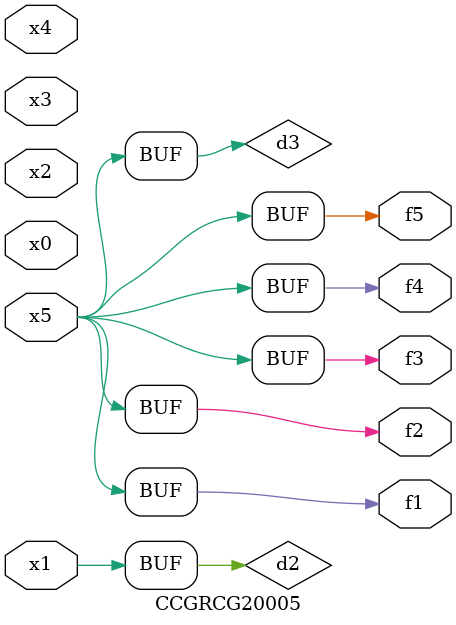
<source format=v>
module CCGRCG20005(
	input x0, x1, x2, x3, x4, x5,
	output f1, f2, f3, f4, f5
);

	wire d1, d2, d3;

	not (d1, x5);
	or (d2, x1);
	xnor (d3, d1);
	assign f1 = d3;
	assign f2 = d3;
	assign f3 = d3;
	assign f4 = d3;
	assign f5 = d3;
endmodule

</source>
